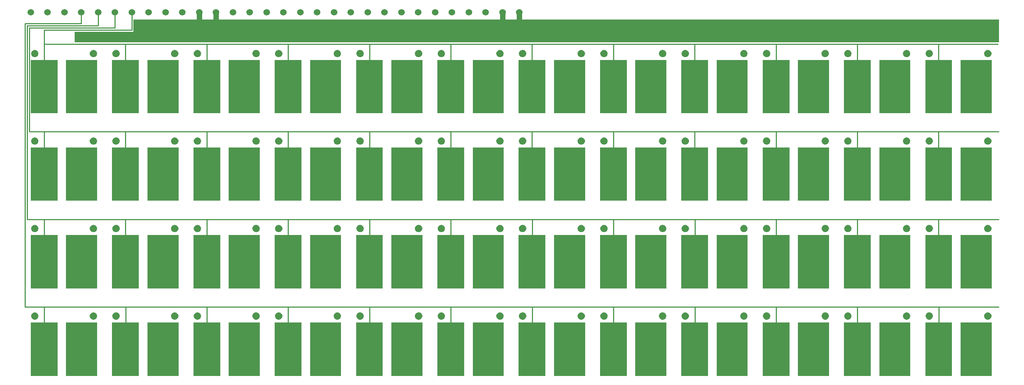
<source format=gtl>
G04 Layer: TopLayer*
G04 EasyEDA v6.4.25, 2021-10-13T21:01:18+02:00*
G04 d0ff4fc4c9904c088b94a7576bbea1e5,6cd4ab53e48b4e7bb7bf80376082a040,10*
G04 Gerber Generator version 0.2*
G04 Scale: 100 percent, Rotated: No, Reflected: No *
G04 Dimensions in millimeters *
G04 leading zeros omitted , absolute positions ,4 integer and 5 decimal *
%FSLAX45Y45*%
%MOMM*%

%ADD10C,0.2540*%
%ADD11C,1.2500*%
%ADD12C,1.5240*%

%LPD*%
G36*
X-775004Y626821D02*
G01*
X-775004Y-623214D01*
X-150012Y-623214D01*
X-150012Y626821D01*
G37*
G36*
X-682498Y864311D02*
G01*
X-726236Y852576D01*
X-758291Y820521D01*
X-769975Y776782D01*
X-758291Y733044D01*
X-726236Y701040D01*
X-682498Y689305D01*
X-638759Y701040D01*
X-606704Y733044D01*
X-595020Y776782D01*
X-606704Y820521D01*
X-638759Y852576D01*
G37*
G36*
X687476Y864311D02*
G01*
X643737Y852576D01*
X611733Y820521D01*
X599998Y776782D01*
X611733Y733044D01*
X643737Y701040D01*
X687476Y689305D01*
X731266Y701040D01*
X763270Y733044D01*
X775004Y776782D01*
X763270Y820521D01*
X731266Y852576D01*
G37*
G36*
X49987Y626821D02*
G01*
X49987Y-623214D01*
X775004Y-623214D01*
X775004Y626821D01*
G37*
G36*
X20124978Y-5523230D02*
G01*
X20124978Y-6773214D01*
X20750022Y-6773214D01*
X20750022Y-5523230D01*
G37*
G36*
X20217485Y-5285689D02*
G01*
X20173746Y-5297424D01*
X20141742Y-5329428D01*
X20130008Y-5373217D01*
X20141742Y-5416956D01*
X20173746Y-5448960D01*
X20217485Y-5460695D01*
X20261224Y-5448960D01*
X20293279Y-5416956D01*
X20305014Y-5373217D01*
X20293279Y-5329428D01*
X20261224Y-5297424D01*
G37*
G36*
X21587510Y-5285689D02*
G01*
X21543772Y-5297424D01*
X21511717Y-5329428D01*
X21499982Y-5373217D01*
X21511717Y-5416956D01*
X21543772Y-5448960D01*
X21587510Y-5460695D01*
X21631249Y-5448960D01*
X21663253Y-5416956D01*
X21674988Y-5373217D01*
X21663253Y-5329428D01*
X21631249Y-5297424D01*
G37*
G36*
X20950021Y-5523230D02*
G01*
X20950021Y-6773214D01*
X21674988Y-6773214D01*
X21674988Y-5523230D01*
G37*
G36*
X18225008Y-5523230D02*
G01*
X18225008Y-6773214D01*
X18850000Y-6773214D01*
X18850000Y-5523230D01*
G37*
G36*
X18317514Y-5285689D02*
G01*
X18273776Y-5297424D01*
X18241721Y-5329428D01*
X18229986Y-5373217D01*
X18241721Y-5416956D01*
X18273776Y-5448960D01*
X18317514Y-5460695D01*
X18361253Y-5448960D01*
X18393308Y-5416956D01*
X18404992Y-5373217D01*
X18393308Y-5329428D01*
X18361253Y-5297424D01*
G37*
G36*
X19687489Y-5285689D02*
G01*
X19643750Y-5297424D01*
X19611695Y-5329428D01*
X19600011Y-5373217D01*
X19611695Y-5416956D01*
X19643750Y-5448960D01*
X19687489Y-5460695D01*
X19731228Y-5448960D01*
X19763282Y-5416956D01*
X19775017Y-5373217D01*
X19763282Y-5329428D01*
X19731228Y-5297424D01*
G37*
G36*
X19050000Y-5523230D02*
G01*
X19050000Y-6773214D01*
X19775017Y-6773214D01*
X19775017Y-5523230D01*
G37*
G36*
X16324986Y-5523230D02*
G01*
X16324986Y-6773214D01*
X16949978Y-6773214D01*
X16949978Y-5523230D01*
G37*
G36*
X16417493Y-5285689D02*
G01*
X16373754Y-5297424D01*
X16341699Y-5329428D01*
X16330015Y-5373217D01*
X16341699Y-5416956D01*
X16373754Y-5448960D01*
X16417493Y-5460695D01*
X16461232Y-5448960D01*
X16493286Y-5416956D01*
X16505021Y-5373217D01*
X16493286Y-5329428D01*
X16461232Y-5297424D01*
G37*
G36*
X17787518Y-5285689D02*
G01*
X17743728Y-5297424D01*
X17711724Y-5329428D01*
X17699990Y-5373217D01*
X17711724Y-5416956D01*
X17743728Y-5448960D01*
X17787518Y-5460695D01*
X17831257Y-5448960D01*
X17863261Y-5416956D01*
X17874996Y-5373217D01*
X17863261Y-5329428D01*
X17831257Y-5297424D01*
G37*
G36*
X17149978Y-5523230D02*
G01*
X17149978Y-6773214D01*
X17874996Y-6773214D01*
X17874996Y-5523230D01*
G37*
G36*
X14425015Y-5523230D02*
G01*
X14425015Y-6773214D01*
X15050007Y-6773214D01*
X15050007Y-5523230D01*
G37*
G36*
X14517522Y-5285689D02*
G01*
X14473732Y-5297424D01*
X14441728Y-5329428D01*
X14429994Y-5373217D01*
X14441728Y-5416956D01*
X14473732Y-5448960D01*
X14517522Y-5460695D01*
X14561261Y-5448960D01*
X14593316Y-5416956D01*
X14605000Y-5373217D01*
X14593316Y-5329428D01*
X14561261Y-5297424D01*
G37*
G36*
X15887496Y-5285689D02*
G01*
X15843757Y-5297424D01*
X15811703Y-5329428D01*
X15800019Y-5373217D01*
X15811703Y-5416956D01*
X15843757Y-5448960D01*
X15887496Y-5460695D01*
X15931235Y-5448960D01*
X15963290Y-5416956D01*
X15974974Y-5373217D01*
X15963290Y-5329428D01*
X15931235Y-5297424D01*
G37*
G36*
X15250007Y-5523230D02*
G01*
X15250007Y-6773214D01*
X15974974Y-6773214D01*
X15974974Y-5523230D01*
G37*
G36*
X12524994Y-5523230D02*
G01*
X12524994Y-6773214D01*
X13149986Y-6773214D01*
X13149986Y-5523230D01*
G37*
G36*
X12617500Y-5285689D02*
G01*
X12573762Y-5297424D01*
X12541707Y-5329428D01*
X12530023Y-5373217D01*
X12541707Y-5416956D01*
X12573762Y-5448960D01*
X12617500Y-5460695D01*
X12661239Y-5448960D01*
X12693294Y-5416956D01*
X12704978Y-5373217D01*
X12693294Y-5329428D01*
X12661239Y-5297424D01*
G37*
G36*
X13987475Y-5285689D02*
G01*
X13943736Y-5297424D01*
X13911732Y-5329428D01*
X13899997Y-5373217D01*
X13911732Y-5416956D01*
X13943736Y-5448960D01*
X13987475Y-5460695D01*
X14031264Y-5448960D01*
X14063268Y-5416956D01*
X14075003Y-5373217D01*
X14063268Y-5329428D01*
X14031264Y-5297424D01*
G37*
G36*
X13349986Y-5523230D02*
G01*
X13349986Y-6773214D01*
X14075003Y-6773214D01*
X14075003Y-5523230D01*
G37*
G36*
X10625023Y-5523230D02*
G01*
X10625023Y-6773214D01*
X11250015Y-6773214D01*
X11250015Y-5523230D01*
G37*
G36*
X10717479Y-5285689D02*
G01*
X10673740Y-5297424D01*
X10641736Y-5329428D01*
X10630001Y-5373217D01*
X10641736Y-5416956D01*
X10673740Y-5448960D01*
X10717479Y-5460695D01*
X10761268Y-5448960D01*
X10793323Y-5416956D01*
X10805007Y-5373217D01*
X10793323Y-5329428D01*
X10761268Y-5297424D01*
G37*
G36*
X12087504Y-5285689D02*
G01*
X12043765Y-5297424D01*
X12011710Y-5329428D01*
X11999976Y-5373217D01*
X12011710Y-5416956D01*
X12043765Y-5448960D01*
X12087504Y-5460695D01*
X12131243Y-5448960D01*
X12163298Y-5416956D01*
X12174982Y-5373217D01*
X12163298Y-5329428D01*
X12131243Y-5297424D01*
G37*
G36*
X11450015Y-5523230D02*
G01*
X11450015Y-6773214D01*
X12174982Y-6773214D01*
X12174982Y-5523230D01*
G37*
G36*
X8725001Y-5523230D02*
G01*
X8725001Y-6773214D01*
X9349994Y-6773214D01*
X9349994Y-5523230D01*
G37*
G36*
X8817508Y-5285689D02*
G01*
X8773769Y-5297424D01*
X8741714Y-5329428D01*
X8729980Y-5373217D01*
X8741714Y-5416956D01*
X8773769Y-5448960D01*
X8817508Y-5460695D01*
X8861247Y-5448960D01*
X8893302Y-5416956D01*
X8904986Y-5373217D01*
X8893302Y-5329428D01*
X8861247Y-5297424D01*
G37*
G36*
X10187482Y-5285689D02*
G01*
X10143744Y-5297424D01*
X10111740Y-5329428D01*
X10100005Y-5373217D01*
X10111740Y-5416956D01*
X10143744Y-5448960D01*
X10187482Y-5460695D01*
X10231272Y-5448960D01*
X10263276Y-5416956D01*
X10275011Y-5373217D01*
X10263276Y-5329428D01*
X10231272Y-5297424D01*
G37*
G36*
X9549993Y-5523230D02*
G01*
X9549993Y-6773214D01*
X10275011Y-6773214D01*
X10275011Y-5523230D01*
G37*
G36*
X6824980Y-5523230D02*
G01*
X6824980Y-6773214D01*
X7450023Y-6773214D01*
X7450023Y-5523230D01*
G37*
G36*
X6917486Y-5285689D02*
G01*
X6873748Y-5297424D01*
X6841744Y-5329428D01*
X6830009Y-5373217D01*
X6841744Y-5416956D01*
X6873748Y-5448960D01*
X6917486Y-5460695D01*
X6961225Y-5448960D01*
X6993280Y-5416956D01*
X7005015Y-5373217D01*
X6993280Y-5329428D01*
X6961225Y-5297424D01*
G37*
G36*
X8287512Y-5285689D02*
G01*
X8243722Y-5297424D01*
X8211718Y-5329428D01*
X8199983Y-5373217D01*
X8211718Y-5416956D01*
X8243722Y-5448960D01*
X8287512Y-5460695D01*
X8331250Y-5448960D01*
X8363254Y-5416956D01*
X8374989Y-5373217D01*
X8363254Y-5329428D01*
X8331250Y-5297424D01*
G37*
G36*
X7650022Y-5523230D02*
G01*
X7650022Y-6773214D01*
X8374989Y-6773214D01*
X8374989Y-5523230D01*
G37*
G36*
X4925009Y-5523230D02*
G01*
X4925009Y-6773214D01*
X5550001Y-6773214D01*
X5550001Y-5523230D01*
G37*
G36*
X5017516Y-5285689D02*
G01*
X4973726Y-5297424D01*
X4941722Y-5329428D01*
X4929987Y-5373217D01*
X4941722Y-5416956D01*
X4973726Y-5448960D01*
X5017516Y-5460695D01*
X5061254Y-5448960D01*
X5093309Y-5416956D01*
X5104993Y-5373217D01*
X5093309Y-5329428D01*
X5061254Y-5297424D01*
G37*
G36*
X6387490Y-5285689D02*
G01*
X6343751Y-5297424D01*
X6311696Y-5329428D01*
X6300012Y-5373217D01*
X6311696Y-5416956D01*
X6343751Y-5448960D01*
X6387490Y-5460695D01*
X6431229Y-5448960D01*
X6463284Y-5416956D01*
X6475018Y-5373217D01*
X6463284Y-5329428D01*
X6431229Y-5297424D01*
G37*
G36*
X5750001Y-5523230D02*
G01*
X5750001Y-6773214D01*
X6475018Y-6773214D01*
X6475018Y-5523230D01*
G37*
G36*
X3024987Y-5523230D02*
G01*
X3024987Y-6773214D01*
X3649979Y-6773214D01*
X3649979Y-5523230D01*
G37*
G36*
X3117494Y-5285689D02*
G01*
X3073755Y-5297424D01*
X3041700Y-5329428D01*
X3030016Y-5373217D01*
X3041700Y-5416956D01*
X3073755Y-5448960D01*
X3117494Y-5460695D01*
X3161233Y-5448960D01*
X3193288Y-5416956D01*
X3205022Y-5373217D01*
X3193288Y-5329428D01*
X3161233Y-5297424D01*
G37*
G36*
X4487519Y-5285689D02*
G01*
X4443730Y-5297424D01*
X4411726Y-5329428D01*
X4399991Y-5373217D01*
X4411726Y-5416956D01*
X4443730Y-5448960D01*
X4487519Y-5460695D01*
X4531258Y-5448960D01*
X4563262Y-5416956D01*
X4574997Y-5373217D01*
X4563262Y-5329428D01*
X4531258Y-5297424D01*
G37*
G36*
X3849979Y-5523230D02*
G01*
X3849979Y-6773214D01*
X4574997Y-6773214D01*
X4574997Y-5523230D01*
G37*
G36*
X1125016Y-5523230D02*
G01*
X1125016Y-6773214D01*
X1750009Y-6773214D01*
X1750009Y-5523230D01*
G37*
G36*
X1217523Y-5285689D02*
G01*
X1173734Y-5297424D01*
X1141730Y-5329428D01*
X1129995Y-5373217D01*
X1141730Y-5416956D01*
X1173734Y-5448960D01*
X1217523Y-5460695D01*
X1261262Y-5448960D01*
X1293317Y-5416956D01*
X1305001Y-5373217D01*
X1293317Y-5329428D01*
X1261262Y-5297424D01*
G37*
G36*
X2587498Y-5285689D02*
G01*
X2543759Y-5297424D01*
X2511704Y-5329428D01*
X2500020Y-5373217D01*
X2511704Y-5416956D01*
X2543759Y-5448960D01*
X2587498Y-5460695D01*
X2631236Y-5448960D01*
X2663291Y-5416956D01*
X2674975Y-5373217D01*
X2663291Y-5329428D01*
X2631236Y-5297424D01*
G37*
G36*
X1950008Y-5523230D02*
G01*
X1950008Y-6773214D01*
X2674975Y-6773214D01*
X2674975Y-5523230D01*
G37*
G36*
X-775004Y-5523230D02*
G01*
X-775004Y-6773214D01*
X-150012Y-6773214D01*
X-150012Y-5523230D01*
G37*
G36*
X-682498Y-5285689D02*
G01*
X-726236Y-5297424D01*
X-758291Y-5329428D01*
X-769975Y-5373217D01*
X-758291Y-5416956D01*
X-726236Y-5448960D01*
X-682498Y-5460695D01*
X-638759Y-5448960D01*
X-606704Y-5416956D01*
X-595020Y-5373217D01*
X-606704Y-5329428D01*
X-638759Y-5297424D01*
G37*
G36*
X687476Y-5285689D02*
G01*
X643737Y-5297424D01*
X611733Y-5329428D01*
X599998Y-5373217D01*
X611733Y-5416956D01*
X643737Y-5448960D01*
X687476Y-5460695D01*
X731266Y-5448960D01*
X763270Y-5416956D01*
X775004Y-5373217D01*
X763270Y-5329428D01*
X731266Y-5297424D01*
G37*
G36*
X49987Y-5523230D02*
G01*
X49987Y-6773214D01*
X775004Y-6773214D01*
X775004Y-5523230D01*
G37*
G36*
X20124978Y-3473196D02*
G01*
X20124978Y-4723180D01*
X20750022Y-4723180D01*
X20750022Y-3473196D01*
G37*
G36*
X20217485Y-3235706D02*
G01*
X20173746Y-3247440D01*
X20141742Y-3279444D01*
X20130008Y-3323183D01*
X20141742Y-3366973D01*
X20173746Y-3398977D01*
X20217485Y-3410712D01*
X20261224Y-3398977D01*
X20293279Y-3366973D01*
X20305014Y-3323183D01*
X20293279Y-3279444D01*
X20261224Y-3247390D01*
G37*
G36*
X21587510Y-3235706D02*
G01*
X21543772Y-3247440D01*
X21511717Y-3279444D01*
X21499982Y-3323183D01*
X21511717Y-3366973D01*
X21543772Y-3398977D01*
X21587510Y-3410712D01*
X21631249Y-3398977D01*
X21663253Y-3366973D01*
X21674988Y-3323183D01*
X21663253Y-3279444D01*
X21631249Y-3247440D01*
G37*
G36*
X20950021Y-3473196D02*
G01*
X20950021Y-4723180D01*
X21674988Y-4723180D01*
X21674988Y-3473196D01*
G37*
G36*
X18225008Y-3473196D02*
G01*
X18225008Y-4723180D01*
X18850000Y-4723180D01*
X18850000Y-3473196D01*
G37*
G36*
X18317514Y-3235706D02*
G01*
X18273776Y-3247440D01*
X18241721Y-3279444D01*
X18229986Y-3323183D01*
X18241721Y-3366973D01*
X18273776Y-3398977D01*
X18317514Y-3410712D01*
X18361253Y-3398977D01*
X18393308Y-3366973D01*
X18404992Y-3323183D01*
X18393308Y-3279444D01*
X18361253Y-3247390D01*
G37*
G36*
X19687489Y-3235706D02*
G01*
X19643750Y-3247440D01*
X19611695Y-3279444D01*
X19600011Y-3323183D01*
X19611695Y-3366973D01*
X19643750Y-3398977D01*
X19687489Y-3410712D01*
X19731228Y-3398977D01*
X19763282Y-3366973D01*
X19775017Y-3323183D01*
X19763282Y-3279444D01*
X19731228Y-3247440D01*
G37*
G36*
X19050000Y-3473196D02*
G01*
X19050000Y-4723180D01*
X19775017Y-4723180D01*
X19775017Y-3473196D01*
G37*
G36*
X16324986Y-3473196D02*
G01*
X16324986Y-4723180D01*
X16949978Y-4723180D01*
X16949978Y-3473196D01*
G37*
G36*
X16417493Y-3235706D02*
G01*
X16373754Y-3247440D01*
X16341699Y-3279444D01*
X16330015Y-3323183D01*
X16341699Y-3366973D01*
X16373754Y-3398977D01*
X16417493Y-3410712D01*
X16461232Y-3398977D01*
X16493286Y-3366973D01*
X16505021Y-3323183D01*
X16493286Y-3279444D01*
X16461232Y-3247390D01*
G37*
G36*
X17787518Y-3235706D02*
G01*
X17743728Y-3247440D01*
X17711724Y-3279444D01*
X17699990Y-3323183D01*
X17711724Y-3366973D01*
X17743728Y-3398977D01*
X17787518Y-3410712D01*
X17831257Y-3398977D01*
X17863261Y-3366973D01*
X17874996Y-3323183D01*
X17863261Y-3279444D01*
X17831257Y-3247440D01*
G37*
G36*
X17149978Y-3473196D02*
G01*
X17149978Y-4723180D01*
X17874996Y-4723180D01*
X17874996Y-3473196D01*
G37*
G36*
X14425015Y-3473196D02*
G01*
X14425015Y-4723180D01*
X15050007Y-4723180D01*
X15050007Y-3473196D01*
G37*
G36*
X14517522Y-3235706D02*
G01*
X14473732Y-3247440D01*
X14441728Y-3279444D01*
X14429994Y-3323183D01*
X14441728Y-3366973D01*
X14473732Y-3398977D01*
X14517522Y-3410712D01*
X14561261Y-3398977D01*
X14593316Y-3366973D01*
X14605000Y-3323183D01*
X14593316Y-3279444D01*
X14561261Y-3247390D01*
G37*
G36*
X15887496Y-3235706D02*
G01*
X15843757Y-3247440D01*
X15811703Y-3279444D01*
X15800019Y-3323183D01*
X15811703Y-3366973D01*
X15843757Y-3398977D01*
X15887496Y-3410712D01*
X15931235Y-3398977D01*
X15963290Y-3366973D01*
X15974974Y-3323183D01*
X15963290Y-3279444D01*
X15931235Y-3247440D01*
G37*
G36*
X15250007Y-3473196D02*
G01*
X15250007Y-4723180D01*
X15974974Y-4723180D01*
X15974974Y-3473196D01*
G37*
G36*
X12524994Y-3473196D02*
G01*
X12524994Y-4723180D01*
X13149986Y-4723180D01*
X13149986Y-3473196D01*
G37*
G36*
X12617500Y-3235706D02*
G01*
X12573762Y-3247440D01*
X12541707Y-3279444D01*
X12530023Y-3323183D01*
X12541707Y-3366973D01*
X12573762Y-3398977D01*
X12617500Y-3410712D01*
X12661239Y-3398977D01*
X12693294Y-3366973D01*
X12704978Y-3323183D01*
X12693294Y-3279444D01*
X12661239Y-3247390D01*
G37*
G36*
X13987475Y-3235706D02*
G01*
X13943736Y-3247440D01*
X13911732Y-3279444D01*
X13899997Y-3323183D01*
X13911732Y-3366973D01*
X13943736Y-3398977D01*
X13987475Y-3410712D01*
X14031264Y-3398977D01*
X14063268Y-3366973D01*
X14075003Y-3323183D01*
X14063268Y-3279444D01*
X14031264Y-3247440D01*
G37*
G36*
X13349986Y-3473196D02*
G01*
X13349986Y-4723180D01*
X14075003Y-4723180D01*
X14075003Y-3473196D01*
G37*
G36*
X10625023Y-3473196D02*
G01*
X10625023Y-4723180D01*
X11250015Y-4723180D01*
X11250015Y-3473196D01*
G37*
G36*
X10717479Y-3235706D02*
G01*
X10673740Y-3247440D01*
X10641736Y-3279444D01*
X10630001Y-3323183D01*
X10641736Y-3366973D01*
X10673740Y-3398977D01*
X10717479Y-3410712D01*
X10761268Y-3398977D01*
X10793323Y-3366973D01*
X10805007Y-3323183D01*
X10793323Y-3279444D01*
X10761268Y-3247390D01*
G37*
G36*
X12087504Y-3235706D02*
G01*
X12043765Y-3247440D01*
X12011710Y-3279444D01*
X11999976Y-3323183D01*
X12011710Y-3366973D01*
X12043765Y-3398977D01*
X12087504Y-3410712D01*
X12131243Y-3398977D01*
X12163298Y-3366973D01*
X12174982Y-3323183D01*
X12163298Y-3279444D01*
X12131243Y-3247440D01*
G37*
G36*
X11450015Y-3473196D02*
G01*
X11450015Y-4723180D01*
X12174982Y-4723180D01*
X12174982Y-3473196D01*
G37*
G36*
X8725001Y-3473196D02*
G01*
X8725001Y-4723180D01*
X9349994Y-4723180D01*
X9349994Y-3473196D01*
G37*
G36*
X8817508Y-3235706D02*
G01*
X8773769Y-3247440D01*
X8741714Y-3279444D01*
X8729980Y-3323183D01*
X8741714Y-3366973D01*
X8773769Y-3398977D01*
X8817508Y-3410712D01*
X8861247Y-3398977D01*
X8893302Y-3366973D01*
X8904986Y-3323183D01*
X8893302Y-3279444D01*
X8861247Y-3247390D01*
G37*
G36*
X10187482Y-3235706D02*
G01*
X10143744Y-3247440D01*
X10111740Y-3279444D01*
X10100005Y-3323183D01*
X10111740Y-3366973D01*
X10143744Y-3398977D01*
X10187482Y-3410712D01*
X10231272Y-3398977D01*
X10263276Y-3366973D01*
X10275011Y-3323183D01*
X10263276Y-3279444D01*
X10231272Y-3247440D01*
G37*
G36*
X9549993Y-3473196D02*
G01*
X9549993Y-4723180D01*
X10275011Y-4723180D01*
X10275011Y-3473196D01*
G37*
G36*
X6824980Y-3473196D02*
G01*
X6824980Y-4723180D01*
X7450023Y-4723180D01*
X7450023Y-3473196D01*
G37*
G36*
X6917486Y-3235706D02*
G01*
X6873748Y-3247440D01*
X6841744Y-3279444D01*
X6830009Y-3323183D01*
X6841744Y-3366973D01*
X6873748Y-3398977D01*
X6917486Y-3410712D01*
X6961225Y-3398977D01*
X6993280Y-3366973D01*
X7005015Y-3323183D01*
X6993280Y-3279444D01*
X6961225Y-3247390D01*
G37*
G36*
X8287512Y-3235706D02*
G01*
X8243722Y-3247440D01*
X8211718Y-3279444D01*
X8199983Y-3323183D01*
X8211718Y-3366973D01*
X8243722Y-3398977D01*
X8287512Y-3410712D01*
X8331250Y-3398977D01*
X8363254Y-3366973D01*
X8374989Y-3323183D01*
X8363254Y-3279444D01*
X8331250Y-3247440D01*
G37*
G36*
X7650022Y-3473196D02*
G01*
X7650022Y-4723180D01*
X8374989Y-4723180D01*
X8374989Y-3473196D01*
G37*
G36*
X4925009Y-3473196D02*
G01*
X4925009Y-4723180D01*
X5550001Y-4723180D01*
X5550001Y-3473196D01*
G37*
G36*
X5017516Y-3235706D02*
G01*
X4973726Y-3247440D01*
X4941722Y-3279444D01*
X4929987Y-3323183D01*
X4941722Y-3366973D01*
X4973726Y-3398977D01*
X5017516Y-3410712D01*
X5061254Y-3398977D01*
X5093309Y-3366973D01*
X5104993Y-3323183D01*
X5093309Y-3279444D01*
X5061254Y-3247390D01*
G37*
G36*
X6387490Y-3235706D02*
G01*
X6343751Y-3247440D01*
X6311696Y-3279444D01*
X6300012Y-3323183D01*
X6311696Y-3366973D01*
X6343751Y-3398977D01*
X6387490Y-3410712D01*
X6431229Y-3398977D01*
X6463284Y-3366973D01*
X6475018Y-3323183D01*
X6463284Y-3279444D01*
X6431229Y-3247440D01*
G37*
G36*
X5750001Y-3473196D02*
G01*
X5750001Y-4723180D01*
X6475018Y-4723180D01*
X6475018Y-3473196D01*
G37*
G36*
X3024987Y-3473196D02*
G01*
X3024987Y-4723180D01*
X3649979Y-4723180D01*
X3649979Y-3473196D01*
G37*
G36*
X3117494Y-3235706D02*
G01*
X3073755Y-3247440D01*
X3041700Y-3279444D01*
X3030016Y-3323183D01*
X3041700Y-3366973D01*
X3073755Y-3398977D01*
X3117494Y-3410712D01*
X3161233Y-3398977D01*
X3193288Y-3366973D01*
X3205022Y-3323183D01*
X3193288Y-3279444D01*
X3161233Y-3247390D01*
G37*
G36*
X4487519Y-3235706D02*
G01*
X4443730Y-3247440D01*
X4411726Y-3279444D01*
X4399991Y-3323183D01*
X4411726Y-3366973D01*
X4443730Y-3398977D01*
X4487519Y-3410712D01*
X4531258Y-3398977D01*
X4563262Y-3366973D01*
X4574997Y-3323183D01*
X4563262Y-3279444D01*
X4531258Y-3247440D01*
G37*
G36*
X3849979Y-3473196D02*
G01*
X3849979Y-4723180D01*
X4574997Y-4723180D01*
X4574997Y-3473196D01*
G37*
G36*
X1125016Y-3473196D02*
G01*
X1125016Y-4723180D01*
X1750009Y-4723180D01*
X1750009Y-3473196D01*
G37*
G36*
X1217523Y-3235706D02*
G01*
X1173734Y-3247440D01*
X1141730Y-3279444D01*
X1129995Y-3323183D01*
X1141730Y-3366973D01*
X1173734Y-3398977D01*
X1217523Y-3410712D01*
X1261262Y-3398977D01*
X1293317Y-3366973D01*
X1305001Y-3323183D01*
X1293317Y-3279444D01*
X1261262Y-3247390D01*
G37*
G36*
X2587498Y-3235706D02*
G01*
X2543759Y-3247440D01*
X2511704Y-3279444D01*
X2500020Y-3323183D01*
X2511704Y-3366973D01*
X2543759Y-3398977D01*
X2587498Y-3410712D01*
X2631236Y-3398977D01*
X2663291Y-3366973D01*
X2674975Y-3323183D01*
X2663291Y-3279444D01*
X2631236Y-3247440D01*
G37*
G36*
X1950008Y-3473196D02*
G01*
X1950008Y-4723180D01*
X2674975Y-4723180D01*
X2674975Y-3473196D01*
G37*
G36*
X-775004Y-3473196D02*
G01*
X-775004Y-4723180D01*
X-150012Y-4723180D01*
X-150012Y-3473196D01*
G37*
G36*
X-682498Y-3235706D02*
G01*
X-726236Y-3247440D01*
X-758291Y-3279444D01*
X-769975Y-3323183D01*
X-758291Y-3366973D01*
X-726236Y-3398977D01*
X-682498Y-3410712D01*
X-638759Y-3398977D01*
X-606704Y-3366973D01*
X-595020Y-3323183D01*
X-606704Y-3279444D01*
X-638759Y-3247390D01*
G37*
G36*
X687476Y-3235706D02*
G01*
X643737Y-3247440D01*
X611733Y-3279444D01*
X599998Y-3323183D01*
X611733Y-3366973D01*
X643737Y-3398977D01*
X687476Y-3410712D01*
X731266Y-3398977D01*
X763270Y-3366973D01*
X775004Y-3323183D01*
X763270Y-3279444D01*
X731266Y-3247440D01*
G37*
G36*
X49987Y-3473196D02*
G01*
X49987Y-4723180D01*
X775004Y-4723180D01*
X775004Y-3473196D01*
G37*
G36*
X20124978Y-1423212D02*
G01*
X20124978Y-2673197D01*
X20750022Y-2673197D01*
X20750022Y-1423212D01*
G37*
G36*
X20217485Y-1185722D02*
G01*
X20173746Y-1197406D01*
X20141742Y-1229461D01*
X20130008Y-1273200D01*
X20141742Y-1316939D01*
X20173746Y-1348994D01*
X20217485Y-1360678D01*
X20261224Y-1348994D01*
X20293279Y-1316939D01*
X20305014Y-1273200D01*
X20293279Y-1229461D01*
X20261224Y-1197406D01*
G37*
G36*
X21587510Y-1185722D02*
G01*
X21543772Y-1197406D01*
X21511717Y-1229461D01*
X21499982Y-1273200D01*
X21511717Y-1316939D01*
X21543772Y-1348994D01*
X21587510Y-1360678D01*
X21631249Y-1348994D01*
X21663253Y-1316939D01*
X21674988Y-1273200D01*
X21663253Y-1229461D01*
X21631249Y-1197406D01*
G37*
G36*
X20950021Y-1423212D02*
G01*
X20950021Y-2673197D01*
X21674988Y-2673197D01*
X21674988Y-1423212D01*
G37*
G36*
X18225008Y-1423212D02*
G01*
X18225008Y-2673197D01*
X18850000Y-2673197D01*
X18850000Y-1423212D01*
G37*
G36*
X18317514Y-1185722D02*
G01*
X18273776Y-1197406D01*
X18241721Y-1229461D01*
X18229986Y-1273200D01*
X18241721Y-1316939D01*
X18273776Y-1348994D01*
X18317514Y-1360678D01*
X18361253Y-1348994D01*
X18393308Y-1316939D01*
X18404992Y-1273200D01*
X18393308Y-1229461D01*
X18361253Y-1197406D01*
G37*
G36*
X19687489Y-1185722D02*
G01*
X19643750Y-1197406D01*
X19611695Y-1229461D01*
X19600011Y-1273200D01*
X19611695Y-1316939D01*
X19643750Y-1348994D01*
X19687489Y-1360678D01*
X19731228Y-1348994D01*
X19763282Y-1316939D01*
X19775017Y-1273200D01*
X19763282Y-1229461D01*
X19731228Y-1197406D01*
G37*
G36*
X19050000Y-1423212D02*
G01*
X19050000Y-2673197D01*
X19775017Y-2673197D01*
X19775017Y-1423212D01*
G37*
G36*
X16324986Y-1423212D02*
G01*
X16324986Y-2673197D01*
X16949978Y-2673197D01*
X16949978Y-1423212D01*
G37*
G36*
X16417493Y-1185722D02*
G01*
X16373754Y-1197406D01*
X16341699Y-1229461D01*
X16330015Y-1273200D01*
X16341699Y-1316939D01*
X16373754Y-1348994D01*
X16417493Y-1360678D01*
X16461232Y-1348994D01*
X16493286Y-1316939D01*
X16505021Y-1273200D01*
X16493286Y-1229461D01*
X16461232Y-1197406D01*
G37*
G36*
X17787518Y-1185722D02*
G01*
X17743728Y-1197406D01*
X17711724Y-1229461D01*
X17699990Y-1273200D01*
X17711724Y-1316939D01*
X17743728Y-1348994D01*
X17787518Y-1360678D01*
X17831257Y-1348994D01*
X17863261Y-1316939D01*
X17874996Y-1273200D01*
X17863261Y-1229461D01*
X17831257Y-1197406D01*
G37*
G36*
X17149978Y-1423212D02*
G01*
X17149978Y-2673197D01*
X17874996Y-2673197D01*
X17874996Y-1423212D01*
G37*
G36*
X14425015Y-1423212D02*
G01*
X14425015Y-2673197D01*
X15050007Y-2673197D01*
X15050007Y-1423212D01*
G37*
G36*
X14517522Y-1185722D02*
G01*
X14473732Y-1197406D01*
X14441728Y-1229461D01*
X14429994Y-1273200D01*
X14441728Y-1316939D01*
X14473732Y-1348994D01*
X14517522Y-1360678D01*
X14561261Y-1348994D01*
X14593316Y-1316939D01*
X14605000Y-1273200D01*
X14593316Y-1229461D01*
X14561261Y-1197406D01*
G37*
G36*
X15887496Y-1185722D02*
G01*
X15843757Y-1197406D01*
X15811703Y-1229461D01*
X15800019Y-1273200D01*
X15811703Y-1316939D01*
X15843757Y-1348994D01*
X15887496Y-1360678D01*
X15931235Y-1348994D01*
X15963290Y-1316939D01*
X15974974Y-1273200D01*
X15963290Y-1229461D01*
X15931235Y-1197406D01*
G37*
G36*
X15250007Y-1423212D02*
G01*
X15250007Y-2673197D01*
X15974974Y-2673197D01*
X15974974Y-1423212D01*
G37*
G36*
X12524994Y-1423212D02*
G01*
X12524994Y-2673197D01*
X13149986Y-2673197D01*
X13149986Y-1423212D01*
G37*
G36*
X12617500Y-1185722D02*
G01*
X12573762Y-1197406D01*
X12541707Y-1229461D01*
X12530023Y-1273200D01*
X12541707Y-1316939D01*
X12573762Y-1348994D01*
X12617500Y-1360678D01*
X12661239Y-1348994D01*
X12693294Y-1316939D01*
X12704978Y-1273200D01*
X12693294Y-1229461D01*
X12661239Y-1197406D01*
G37*
G36*
X13987475Y-1185722D02*
G01*
X13943736Y-1197406D01*
X13911732Y-1229461D01*
X13899997Y-1273200D01*
X13911732Y-1316939D01*
X13943736Y-1348994D01*
X13987475Y-1360678D01*
X14031264Y-1348994D01*
X14063268Y-1316939D01*
X14075003Y-1273200D01*
X14063268Y-1229461D01*
X14031264Y-1197406D01*
G37*
G36*
X13349986Y-1423212D02*
G01*
X13349986Y-2673197D01*
X14075003Y-2673197D01*
X14075003Y-1423212D01*
G37*
G36*
X10625023Y-1423212D02*
G01*
X10625023Y-2673197D01*
X11250015Y-2673197D01*
X11250015Y-1423212D01*
G37*
G36*
X10717479Y-1185722D02*
G01*
X10673740Y-1197406D01*
X10641736Y-1229461D01*
X10630001Y-1273200D01*
X10641736Y-1316939D01*
X10673740Y-1348994D01*
X10717479Y-1360678D01*
X10761268Y-1348994D01*
X10793323Y-1316939D01*
X10805007Y-1273200D01*
X10793323Y-1229461D01*
X10761268Y-1197406D01*
G37*
G36*
X12087504Y-1185722D02*
G01*
X12043765Y-1197406D01*
X12011710Y-1229461D01*
X11999976Y-1273200D01*
X12011710Y-1316939D01*
X12043765Y-1348994D01*
X12087504Y-1360678D01*
X12131243Y-1348994D01*
X12163298Y-1316939D01*
X12174982Y-1273200D01*
X12163298Y-1229461D01*
X12131243Y-1197406D01*
G37*
G36*
X11450015Y-1423212D02*
G01*
X11450015Y-2673197D01*
X12174982Y-2673197D01*
X12174982Y-1423212D01*
G37*
G36*
X8725001Y-1423212D02*
G01*
X8725001Y-2673197D01*
X9349994Y-2673197D01*
X9349994Y-1423212D01*
G37*
G36*
X8817508Y-1185722D02*
G01*
X8773769Y-1197406D01*
X8741714Y-1229461D01*
X8729980Y-1273200D01*
X8741714Y-1316939D01*
X8773769Y-1348994D01*
X8817508Y-1360678D01*
X8861247Y-1348994D01*
X8893302Y-1316939D01*
X8904986Y-1273200D01*
X8893302Y-1229461D01*
X8861247Y-1197406D01*
G37*
G36*
X10187482Y-1185722D02*
G01*
X10143744Y-1197406D01*
X10111740Y-1229461D01*
X10100005Y-1273200D01*
X10111740Y-1316939D01*
X10143744Y-1348994D01*
X10187482Y-1360678D01*
X10231272Y-1348994D01*
X10263276Y-1316939D01*
X10275011Y-1273200D01*
X10263276Y-1229461D01*
X10231272Y-1197406D01*
G37*
G36*
X9549993Y-1423212D02*
G01*
X9549993Y-2673197D01*
X10275011Y-2673197D01*
X10275011Y-1423212D01*
G37*
G36*
X6824980Y-1423212D02*
G01*
X6824980Y-2673197D01*
X7450023Y-2673197D01*
X7450023Y-1423212D01*
G37*
G36*
X6917486Y-1185722D02*
G01*
X6873748Y-1197406D01*
X6841744Y-1229461D01*
X6830009Y-1273200D01*
X6841744Y-1316939D01*
X6873748Y-1348994D01*
X6917486Y-1360678D01*
X6961225Y-1348994D01*
X6993280Y-1316939D01*
X7005015Y-1273200D01*
X6993280Y-1229461D01*
X6961225Y-1197406D01*
G37*
G36*
X8287512Y-1185722D02*
G01*
X8243722Y-1197406D01*
X8211718Y-1229461D01*
X8199983Y-1273200D01*
X8211718Y-1316939D01*
X8243722Y-1348994D01*
X8287512Y-1360678D01*
X8331250Y-1348994D01*
X8363254Y-1316939D01*
X8374989Y-1273200D01*
X8363254Y-1229461D01*
X8331250Y-1197406D01*
G37*
G36*
X7650022Y-1423212D02*
G01*
X7650022Y-2673197D01*
X8374989Y-2673197D01*
X8374989Y-1423212D01*
G37*
G36*
X4925009Y-1423212D02*
G01*
X4925009Y-2673197D01*
X5550001Y-2673197D01*
X5550001Y-1423212D01*
G37*
G36*
X5017516Y-1185722D02*
G01*
X4973726Y-1197406D01*
X4941722Y-1229461D01*
X4929987Y-1273200D01*
X4941722Y-1316939D01*
X4973726Y-1348994D01*
X5017516Y-1360678D01*
X5061254Y-1348994D01*
X5093309Y-1316939D01*
X5104993Y-1273200D01*
X5093309Y-1229461D01*
X5061254Y-1197406D01*
G37*
G36*
X6387490Y-1185722D02*
G01*
X6343751Y-1197406D01*
X6311696Y-1229461D01*
X6300012Y-1273200D01*
X6311696Y-1316939D01*
X6343751Y-1348994D01*
X6387490Y-1360678D01*
X6431229Y-1348994D01*
X6463284Y-1316939D01*
X6475018Y-1273200D01*
X6463284Y-1229461D01*
X6431229Y-1197406D01*
G37*
G36*
X5750001Y-1423212D02*
G01*
X5750001Y-2673197D01*
X6475018Y-2673197D01*
X6475018Y-1423212D01*
G37*
G36*
X3024987Y-1423212D02*
G01*
X3024987Y-2673197D01*
X3649979Y-2673197D01*
X3649979Y-1423212D01*
G37*
G36*
X3117494Y-1185722D02*
G01*
X3073755Y-1197406D01*
X3041700Y-1229461D01*
X3030016Y-1273200D01*
X3041700Y-1316939D01*
X3073755Y-1348994D01*
X3117494Y-1360678D01*
X3161233Y-1348994D01*
X3193288Y-1316939D01*
X3205022Y-1273200D01*
X3193288Y-1229461D01*
X3161233Y-1197406D01*
G37*
G36*
X4487519Y-1185722D02*
G01*
X4443730Y-1197406D01*
X4411726Y-1229461D01*
X4399991Y-1273200D01*
X4411726Y-1316939D01*
X4443730Y-1348994D01*
X4487519Y-1360678D01*
X4531258Y-1348994D01*
X4563262Y-1316939D01*
X4574997Y-1273200D01*
X4563262Y-1229461D01*
X4531258Y-1197406D01*
G37*
G36*
X3849979Y-1423212D02*
G01*
X3849979Y-2673197D01*
X4574997Y-2673197D01*
X4574997Y-1423212D01*
G37*
G36*
X1125016Y-1423212D02*
G01*
X1125016Y-2673197D01*
X1750009Y-2673197D01*
X1750009Y-1423212D01*
G37*
G36*
X1217523Y-1185722D02*
G01*
X1173734Y-1197406D01*
X1141730Y-1229461D01*
X1129995Y-1273200D01*
X1141730Y-1316939D01*
X1173734Y-1348994D01*
X1217523Y-1360678D01*
X1261262Y-1348994D01*
X1293317Y-1316939D01*
X1305001Y-1273200D01*
X1293317Y-1229461D01*
X1261262Y-1197406D01*
G37*
G36*
X2587498Y-1185722D02*
G01*
X2543759Y-1197406D01*
X2511704Y-1229461D01*
X2500020Y-1273200D01*
X2511704Y-1316939D01*
X2543759Y-1348994D01*
X2587498Y-1360678D01*
X2631236Y-1348994D01*
X2663291Y-1316939D01*
X2674975Y-1273200D01*
X2663291Y-1229461D01*
X2631236Y-1197406D01*
G37*
G36*
X1950008Y-1423212D02*
G01*
X1950008Y-2673197D01*
X2674975Y-2673197D01*
X2674975Y-1423212D01*
G37*
G36*
X-775004Y-1423212D02*
G01*
X-775004Y-2673197D01*
X-150012Y-2673197D01*
X-150012Y-1423212D01*
G37*
G36*
X-682498Y-1185722D02*
G01*
X-726236Y-1197406D01*
X-758291Y-1229461D01*
X-769975Y-1273200D01*
X-758291Y-1316939D01*
X-726236Y-1348994D01*
X-682498Y-1360678D01*
X-638759Y-1348994D01*
X-606704Y-1316939D01*
X-595020Y-1273200D01*
X-606704Y-1229461D01*
X-638759Y-1197406D01*
G37*
G36*
X687476Y-1185722D02*
G01*
X643737Y-1197406D01*
X611733Y-1229461D01*
X599998Y-1273200D01*
X611733Y-1316939D01*
X643737Y-1348994D01*
X687476Y-1360678D01*
X731266Y-1348994D01*
X763270Y-1316939D01*
X775004Y-1273200D01*
X763270Y-1229461D01*
X731266Y-1197406D01*
G37*
G36*
X49987Y-1423212D02*
G01*
X49987Y-2673197D01*
X775004Y-2673197D01*
X775004Y-1423212D01*
G37*
G36*
X20124978Y626821D02*
G01*
X20124978Y-623214D01*
X20750022Y-623214D01*
X20750022Y626821D01*
G37*
G36*
X20217485Y864311D02*
G01*
X20173746Y852576D01*
X20141742Y820521D01*
X20130008Y776782D01*
X20141742Y733044D01*
X20173746Y701040D01*
X20217485Y689305D01*
X20261224Y701040D01*
X20293279Y733044D01*
X20305014Y776782D01*
X20293279Y820521D01*
X20261224Y852576D01*
G37*
G36*
X21587510Y864311D02*
G01*
X21543772Y852576D01*
X21511717Y820521D01*
X21499982Y776782D01*
X21511717Y733044D01*
X21543772Y701040D01*
X21587510Y689305D01*
X21631249Y701040D01*
X21663253Y733044D01*
X21674988Y776782D01*
X21663253Y820521D01*
X21631249Y852576D01*
G37*
G36*
X20950021Y626821D02*
G01*
X20950021Y-623214D01*
X21674988Y-623214D01*
X21674988Y626821D01*
G37*
G36*
X18225008Y626821D02*
G01*
X18225008Y-623214D01*
X18850000Y-623214D01*
X18850000Y626821D01*
G37*
G36*
X18317514Y864311D02*
G01*
X18273776Y852576D01*
X18241721Y820521D01*
X18229986Y776782D01*
X18241721Y733044D01*
X18273776Y701040D01*
X18317514Y689305D01*
X18361253Y701040D01*
X18393308Y733044D01*
X18404992Y776782D01*
X18393308Y820521D01*
X18361253Y852576D01*
G37*
G36*
X19687489Y864311D02*
G01*
X19643750Y852576D01*
X19611695Y820521D01*
X19600011Y776782D01*
X19611695Y733044D01*
X19643750Y701040D01*
X19687489Y689305D01*
X19731228Y701040D01*
X19763282Y733044D01*
X19775017Y776782D01*
X19763282Y820521D01*
X19731228Y852576D01*
G37*
G36*
X19050000Y626821D02*
G01*
X19050000Y-623214D01*
X19775017Y-623214D01*
X19775017Y626821D01*
G37*
G36*
X16324986Y626821D02*
G01*
X16324986Y-623214D01*
X16949978Y-623214D01*
X16949978Y626821D01*
G37*
G36*
X16417493Y864311D02*
G01*
X16373703Y852576D01*
X16341699Y820521D01*
X16329964Y776782D01*
X16341699Y733044D01*
X16373703Y701040D01*
X16417493Y689305D01*
X16461232Y701040D01*
X16493286Y733044D01*
X16504970Y776782D01*
X16493286Y820521D01*
X16461232Y852576D01*
G37*
G36*
X17787467Y864311D02*
G01*
X17743728Y852576D01*
X17711674Y820521D01*
X17699990Y776782D01*
X17711674Y733044D01*
X17743728Y701040D01*
X17787467Y689305D01*
X17831206Y701040D01*
X17863261Y733044D01*
X17874945Y776782D01*
X17863261Y820521D01*
X17831206Y852576D01*
G37*
G36*
X17149978Y626821D02*
G01*
X17149978Y-623214D01*
X17874945Y-623214D01*
X17874945Y626821D01*
G37*
G36*
X14425015Y626821D02*
G01*
X14425015Y-623214D01*
X15050007Y-623214D01*
X15050007Y626821D01*
G37*
G36*
X14517522Y864311D02*
G01*
X14473732Y852576D01*
X14441728Y820521D01*
X14429994Y776782D01*
X14441728Y733044D01*
X14473732Y701040D01*
X14517522Y689305D01*
X14561261Y701040D01*
X14593316Y733044D01*
X14605000Y776782D01*
X14593316Y820521D01*
X14561261Y852576D01*
G37*
G36*
X15887496Y864311D02*
G01*
X15843757Y852576D01*
X15811703Y820521D01*
X15800019Y776782D01*
X15811703Y733044D01*
X15843757Y701040D01*
X15887496Y689305D01*
X15931235Y701040D01*
X15963290Y733044D01*
X15974974Y776782D01*
X15963290Y820521D01*
X15931235Y852576D01*
G37*
G36*
X15250007Y626821D02*
G01*
X15250007Y-623214D01*
X15974974Y-623214D01*
X15974974Y626821D01*
G37*
G36*
X12524994Y626821D02*
G01*
X12524994Y-623214D01*
X13149986Y-623214D01*
X13149986Y626821D01*
G37*
G36*
X12617500Y864311D02*
G01*
X12573762Y852576D01*
X12541707Y820521D01*
X12530023Y776782D01*
X12541707Y733044D01*
X12573762Y701040D01*
X12617500Y689305D01*
X12661239Y701040D01*
X12693294Y733044D01*
X12704978Y776782D01*
X12693294Y820521D01*
X12661239Y852576D01*
G37*
G36*
X13987475Y864311D02*
G01*
X13943736Y852576D01*
X13911732Y820521D01*
X13899997Y776782D01*
X13911732Y733044D01*
X13943736Y701040D01*
X13987475Y689305D01*
X14031264Y701040D01*
X14063268Y733044D01*
X14075003Y776782D01*
X14063268Y820521D01*
X14031264Y852576D01*
G37*
G36*
X13349986Y626821D02*
G01*
X13349986Y-623214D01*
X14075003Y-623214D01*
X14075003Y626821D01*
G37*
G36*
X10625023Y626821D02*
G01*
X10625023Y-623214D01*
X11250015Y-623214D01*
X11250015Y626821D01*
G37*
G36*
X10717479Y864311D02*
G01*
X10673740Y852576D01*
X10641736Y820521D01*
X10630001Y776782D01*
X10641736Y733044D01*
X10673740Y701040D01*
X10717479Y689305D01*
X10761268Y701040D01*
X10793323Y733044D01*
X10805007Y776782D01*
X10793323Y820521D01*
X10761268Y852576D01*
G37*
G36*
X12087504Y864311D02*
G01*
X12043765Y852576D01*
X12011710Y820521D01*
X11999976Y776782D01*
X12011710Y733044D01*
X12043765Y701040D01*
X12087504Y689305D01*
X12131243Y701040D01*
X12163298Y733044D01*
X12174982Y776782D01*
X12163298Y820521D01*
X12131243Y852576D01*
G37*
G36*
X11450015Y626821D02*
G01*
X11450015Y-623214D01*
X12174982Y-623214D01*
X12174982Y626821D01*
G37*
G36*
X8725001Y626821D02*
G01*
X8725001Y-623214D01*
X9349994Y-623214D01*
X9349994Y626821D01*
G37*
G36*
X8817508Y864311D02*
G01*
X8773769Y852576D01*
X8741714Y820521D01*
X8729980Y776782D01*
X8741714Y733044D01*
X8773769Y701040D01*
X8817508Y689305D01*
X8861247Y701040D01*
X8893302Y733044D01*
X8904986Y776782D01*
X8893302Y820521D01*
X8861247Y852576D01*
G37*
G36*
X10187482Y864311D02*
G01*
X10143744Y852576D01*
X10111740Y820521D01*
X10100005Y776782D01*
X10111740Y733044D01*
X10143744Y701040D01*
X10187482Y689305D01*
X10231272Y701040D01*
X10263276Y733044D01*
X10275011Y776782D01*
X10263276Y820521D01*
X10231272Y852576D01*
G37*
G36*
X9549993Y626821D02*
G01*
X9549993Y-623214D01*
X10275011Y-623214D01*
X10275011Y626821D01*
G37*
G36*
X6824980Y626821D02*
G01*
X6824980Y-623214D01*
X7450023Y-623214D01*
X7450023Y626821D01*
G37*
G36*
X6917486Y864311D02*
G01*
X6873748Y852576D01*
X6841744Y820521D01*
X6830009Y776782D01*
X6841744Y733044D01*
X6873748Y701040D01*
X6917486Y689305D01*
X6961225Y701040D01*
X6993280Y733044D01*
X7005015Y776782D01*
X6993280Y820521D01*
X6961225Y852576D01*
G37*
G36*
X8287512Y864311D02*
G01*
X8243722Y852576D01*
X8211718Y820521D01*
X8199983Y776782D01*
X8211718Y733044D01*
X8243722Y701040D01*
X8287512Y689305D01*
X8331250Y701040D01*
X8363254Y733044D01*
X8374989Y776782D01*
X8363254Y820521D01*
X8331250Y852576D01*
G37*
G36*
X7650022Y626821D02*
G01*
X7650022Y-623214D01*
X8374989Y-623214D01*
X8374989Y626821D01*
G37*
G36*
X4925009Y626821D02*
G01*
X4925009Y-623214D01*
X5550001Y-623214D01*
X5550001Y626821D01*
G37*
G36*
X5017516Y864311D02*
G01*
X4973726Y852576D01*
X4941722Y820521D01*
X4929987Y776782D01*
X4941722Y733044D01*
X4973726Y701040D01*
X5017516Y689305D01*
X5061254Y701040D01*
X5093309Y733044D01*
X5104993Y776782D01*
X5093309Y820521D01*
X5061254Y852576D01*
G37*
G36*
X6387490Y864311D02*
G01*
X6343751Y852576D01*
X6311696Y820521D01*
X6300012Y776782D01*
X6311696Y733044D01*
X6343751Y701040D01*
X6387490Y689305D01*
X6431229Y701040D01*
X6463284Y733044D01*
X6475018Y776782D01*
X6463284Y820521D01*
X6431229Y852576D01*
G37*
G36*
X5750001Y626821D02*
G01*
X5750001Y-623214D01*
X6475018Y-623214D01*
X6475018Y626821D01*
G37*
G36*
X3024987Y626821D02*
G01*
X3024987Y-623214D01*
X3649979Y-623214D01*
X3649979Y626821D01*
G37*
G36*
X3117494Y864311D02*
G01*
X3073755Y852576D01*
X3041700Y820521D01*
X3030016Y776782D01*
X3041700Y733044D01*
X3073755Y701040D01*
X3117494Y689305D01*
X3161233Y701040D01*
X3193288Y733044D01*
X3205022Y776782D01*
X3193288Y820521D01*
X3161233Y852576D01*
G37*
G36*
X4487519Y864311D02*
G01*
X4443730Y852576D01*
X4411726Y820521D01*
X4399991Y776782D01*
X4411726Y733044D01*
X4443730Y701040D01*
X4487519Y689305D01*
X4531258Y701040D01*
X4563262Y733044D01*
X4574997Y776782D01*
X4563262Y820521D01*
X4531258Y852576D01*
G37*
G36*
X3849979Y626821D02*
G01*
X3849979Y-623214D01*
X4574997Y-623214D01*
X4574997Y626821D01*
G37*
G36*
X1125016Y626821D02*
G01*
X1125016Y-623214D01*
X1750009Y-623214D01*
X1750009Y626821D01*
G37*
G36*
X1217523Y864311D02*
G01*
X1173734Y852576D01*
X1141730Y820521D01*
X1129995Y776782D01*
X1141730Y733044D01*
X1173734Y701040D01*
X1217523Y689305D01*
X1261262Y701040D01*
X1293317Y733044D01*
X1305001Y776782D01*
X1293317Y820521D01*
X1261262Y852576D01*
G37*
G36*
X2587498Y864311D02*
G01*
X2543759Y852576D01*
X2511704Y820521D01*
X2500020Y776782D01*
X2511704Y733044D01*
X2543759Y701040D01*
X2587498Y689305D01*
X2631236Y701040D01*
X2663291Y733044D01*
X2674975Y776782D01*
X2663291Y820521D01*
X2631236Y852576D01*
G37*
G36*
X1950008Y626821D02*
G01*
X1950008Y-623214D01*
X2674975Y-623214D01*
X2674975Y626821D01*
G37*
D10*
X-462534Y-3112515D02*
G01*
X1437386Y-3112515D01*
X-462534Y549910D02*
G01*
X-462534Y999997D01*
X-462534Y999997D01*
X1437497Y562498D02*
G01*
X1437386Y999997D01*
X1437386Y999997D01*
X1587500Y999997D02*
G01*
X3337493Y999997D01*
X3337493Y999997D02*
G01*
X3337493Y574997D01*
X3337493Y999997D02*
G01*
X5237479Y999997D01*
X5237490Y562498D02*
G01*
X5237479Y999997D01*
X5237490Y999997D02*
G01*
X7137486Y999997D01*
X7137486Y587499D02*
G01*
X7137400Y999997D01*
X9037482Y574997D02*
G01*
X9037574Y999997D01*
X10937478Y587499D02*
G01*
X10937493Y999997D01*
X7137486Y999997D02*
G01*
X9037574Y999997D01*
X9037574Y999997D02*
G01*
X10937493Y999997D01*
X12837474Y574997D02*
G01*
X12837413Y999997D01*
X14737471Y574997D02*
G01*
X14737588Y999997D01*
X10937493Y999997D02*
G01*
X12837413Y999997D01*
X12837413Y999997D02*
G01*
X14737588Y999997D01*
X14737588Y999997D02*
G01*
X16637467Y999997D01*
X16637467Y562498D02*
G01*
X16637508Y999997D01*
X16637508Y999997D01*
X16637508Y999997D02*
G01*
X18537463Y999997D01*
X18537463Y574997D02*
G01*
X18537427Y999997D01*
X18537463Y999997D02*
G01*
X20437348Y999997D01*
X-462534Y-2050034D02*
G01*
X-462498Y-1049997D01*
X1437497Y-1049997D01*
X1437386Y-2050034D02*
G01*
X1437497Y-1049997D01*
X3337509Y-2050008D02*
G01*
X3337493Y-1049997D01*
X1437497Y-1049997D02*
G01*
X3337493Y-1049997D01*
X5237479Y-2050034D02*
G01*
X5237490Y-1049997D01*
X3337559Y-1050036D02*
G01*
X5237479Y-1050036D01*
X7137400Y-2050034D02*
G01*
X7137486Y-1049997D01*
X5237490Y-1049997D02*
G01*
X7137486Y-1049997D01*
X9037574Y-2050034D02*
G01*
X9037482Y-1049997D01*
X7137400Y-1050036D02*
G01*
X9037482Y-1049997D01*
X10937493Y-2050034D02*
G01*
X10937478Y-1049997D01*
X9037574Y-1050036D02*
G01*
X10937478Y-1049997D01*
X12837413Y-2050034D02*
G01*
X12837413Y-1050036D01*
X10937478Y-1049997D02*
G01*
X12837474Y-1049997D01*
X16637508Y-2050034D02*
G01*
X16637467Y-1099997D01*
X16637467Y-1049997D01*
X14737471Y-1049997D01*
X18537427Y-2050034D02*
G01*
X18537427Y-1137412D01*
X18537427Y-1050036D01*
X16637508Y-1050036D01*
X20437602Y-2050034D02*
G01*
X20437348Y-1150112D01*
X20437348Y-1050036D01*
X18537427Y-1050036D01*
X14740127Y-2050034D02*
G01*
X14737471Y-1049997D01*
X12837474Y-1049997D02*
G01*
X14737471Y-1049997D01*
X-462534Y-3525012D02*
G01*
X-462534Y-3112515D01*
X1437497Y-3537493D02*
G01*
X1437386Y-3112515D01*
X3340100Y-4100068D02*
G01*
X3340100Y-3115055D01*
X3337559Y-3112515D01*
X1437386Y-3112515D01*
X1437386Y-3112515D01*
X5240020Y-4100068D02*
G01*
X5240020Y-3115055D01*
X5237479Y-3112515D01*
X3342640Y-3112515D01*
X3340100Y-3115055D01*
X7139940Y-4100068D02*
G01*
X7139940Y-3115055D01*
X7137400Y-3112515D01*
X5242559Y-3112515D01*
X5240020Y-3115055D01*
X9040113Y-4100068D02*
G01*
X9040113Y-3115055D01*
X9037574Y-3112515D01*
X7142479Y-3112515D01*
X7139940Y-3115055D01*
X10940034Y-4100068D02*
G01*
X10940034Y-3115055D01*
X10937493Y-3112515D01*
X9042654Y-3112515D01*
X9040113Y-3115055D01*
X12839954Y-4100068D02*
G01*
X12839954Y-3115055D01*
X12837413Y-3112515D01*
X10942574Y-3112515D01*
X10940034Y-3115055D01*
X14740127Y-4100068D02*
G01*
X14740127Y-3115055D01*
X14737588Y-3112515D01*
X12842493Y-3112515D01*
X12839954Y-3115055D01*
X16640047Y-4100068D02*
G01*
X16640047Y-3115055D01*
X16637508Y-3112515D01*
X14742668Y-3112515D01*
X14740127Y-3115055D01*
X18539968Y-4100068D02*
G01*
X18539968Y-3115055D01*
X18537427Y-3112515D01*
X16642588Y-3112515D01*
X16640047Y-3115055D01*
X20439888Y-4100068D02*
G01*
X20437348Y-3112515D01*
X18542508Y-3112515D01*
X18539968Y-3115055D01*
X-462498Y-5574987D02*
G01*
X-462534Y-5162550D01*
X1439926Y-6150102D02*
G01*
X1439926Y-5165089D01*
X1437386Y-5162550D01*
X-450087Y-5162550D01*
X-462534Y-5162550D01*
X3340100Y-6150102D02*
G01*
X3340100Y-5165089D01*
X3337559Y-5162550D01*
X1442465Y-5162550D01*
X1439926Y-5165089D01*
X5240020Y-6150102D02*
G01*
X5240020Y-5165089D01*
X5237479Y-5162550D01*
X3342640Y-5162550D01*
X3340100Y-5165089D01*
X7139940Y-6150102D02*
G01*
X7139940Y-5165089D01*
X7137400Y-5162550D01*
X5242559Y-5162550D01*
X5240020Y-5165089D01*
X9040113Y-6150102D02*
G01*
X9040113Y-5165089D01*
X9037574Y-5162550D01*
X7142479Y-5162550D01*
X7139940Y-5165089D01*
X10940034Y-6150102D02*
G01*
X10940034Y-5165089D01*
X10937493Y-5162550D01*
X9042654Y-5162550D01*
X9040113Y-5165089D01*
X12839954Y-6150102D02*
G01*
X12839954Y-5165089D01*
X12837413Y-5162550D01*
X10942574Y-5162550D01*
X10940034Y-5165089D01*
X14740127Y-6150102D02*
G01*
X14740127Y-5165089D01*
X14737588Y-5162550D01*
X12837413Y-5162550D01*
X12837413Y-5162550D01*
X16640047Y-6150102D02*
G01*
X16640047Y-5165089D01*
X16637508Y-5162550D01*
X14742668Y-5162550D01*
X14740127Y-5165089D01*
X18539968Y-6150102D02*
G01*
X18539968Y-5165089D01*
X18537427Y-5162550D01*
X16642588Y-5162550D01*
X16640047Y-5165089D01*
X20439888Y-6150102D02*
G01*
X20439888Y-5165089D01*
X20437348Y-5162550D01*
X18542508Y-5162550D01*
X18537427Y-5162550D01*
X1587500Y1737613D02*
G01*
X1587497Y1324996D01*
X1187450Y1737613D02*
G01*
X1187498Y1374995D01*
X800100Y1737613D02*
G01*
X799998Y1424995D01*
X-912497Y1474995D02*
G01*
X-912497Y-5162489D01*
X-462534Y-5162550D01*
X1587500Y999997D02*
G01*
X1437386Y999997D01*
X400050Y1737613D02*
G01*
X399999Y1474995D01*
X-912497Y1474995D01*
X799998Y1424995D02*
G01*
X-862497Y1424995D01*
X-862497Y1424995D02*
G01*
X-862497Y-3112493D01*
X-462534Y-3112515D02*
G01*
X-862497Y-3112493D01*
X-812497Y1374995D02*
G01*
X-812497Y-1049997D01*
X-462534Y-1050036D01*
X1187498Y1374995D02*
G01*
X-812497Y1374995D01*
X-462534Y999997D02*
G01*
X-462498Y1324996D01*
X1587497Y1324996D01*
D11*
X10249992Y1726539D02*
G01*
X10249992Y1300048D01*
X10249915Y1299971D01*
X10637520Y1734312D02*
G01*
X10637520Y1299971D01*
X3549904Y1737613D02*
G01*
X3549992Y1212496D01*
X3162554Y1737613D02*
G01*
X3162554Y1212595D01*
D10*
X-462534Y999997D02*
G01*
X1437386Y999997D01*
X20437348Y-5162550D02*
G01*
X21837456Y-5162550D01*
X20437348Y-3112515D02*
G01*
X21837456Y-3112515D01*
X20437348Y-1050036D02*
G01*
X21837456Y-1050036D01*
X20437459Y574997D02*
G01*
X20437459Y999997D01*
X21824957Y999997D01*
G36*
X1624990Y1575003D02*
G01*
X21849943Y1575003D01*
X21849943Y1037513D01*
X1624990Y1037513D01*
G37*
G36*
X250012Y1287500D02*
G01*
X1637487Y1287500D01*
X1637487Y1037488D01*
X250012Y1037488D01*
G37*
D12*
G01*
X-775004Y1737487D03*
G01*
X6699986Y1737537D03*
G01*
X6312484Y1737537D03*
G01*
X5912484Y1737537D03*
G01*
X5524982Y1737537D03*
G01*
X5124983Y1737537D03*
G01*
X4737481Y1737537D03*
G01*
X4337481Y1737537D03*
G01*
X3949979Y1737537D03*
G01*
X3550005Y1737537D03*
G01*
X3162503Y1737537D03*
G01*
X2762504Y1737537D03*
G01*
X2375001Y1737537D03*
G01*
X1975002Y1737487D03*
G01*
X1587500Y1737537D03*
G01*
X1187500Y1737537D03*
G01*
X799998Y1737537D03*
G01*
X399999Y1737537D03*
G01*
X12496Y1737537D03*
G01*
X-387502Y1737537D03*
G01*
X7099985Y1737487D03*
G01*
X7487488Y1737487D03*
G01*
X7887487Y1737487D03*
G01*
X8274989Y1737487D03*
G01*
X8674988Y1737487D03*
G01*
X9062491Y1737487D03*
G01*
X9462490Y1737487D03*
G01*
X9849993Y1737487D03*
G01*
X10249992Y1737487D03*
G01*
X10637469Y1737487D03*
M02*

</source>
